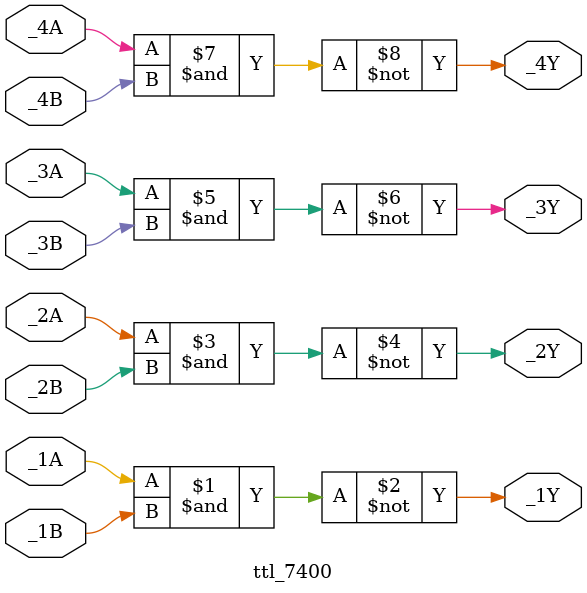
<source format=v>
/*
    TTL 7400

    Quad 2-input NAND Gate
                _____   _____
        1A   1 |*    \_/     | 14  Vcc
        1B   2 |             | 13  4B
        1Y   3 |             | 12  4A
        2A   4 |             | 11  4Y
        2B   5 |             | 10  3B
        2Y   6 |             | 9   3A
       GND   7 |_____________| 8   3Y

    TTL 7401

    Quad 2-Input NAND Gate; Open Collector Outputs
                _____   _____
        1Y   1 |*    \_/     | 14  Vcc
        1A   2 |             | 13  4Y
        1B   3 |             | 12  4B
        2Y   4 |             | 11  4A
        2A   5 |             | 10  3Y
        2B   6 |             | 9   3B
       GND   7 |_____________| 8   3A

*/

module ttl_7400(
    input _1A, input _1B, output _1Y,
    input _2A, input _2B, output _2Y,
    input _3A, input _3B, output _3Y,
    input _4A, input _4B, output _4Y
);
    nand(_1Y,_1A,_1B);
    nand(_2Y,_2A,_2B);
    nand(_3Y,_3A,_3B);
    nand(_4Y,_4A,_4B);
endmodule

/*
module ttl_7401(
    input _1A, input _1B, output _1Y,
    input _2A, input _2B, output _2Y,
    input _3A, input _3B, output _3Y,
    input _4A, input _4B, output _4Y
);
    nand(_1Y,_1A,_1B);
    nand(_2Y,_2A,_2B);
    nand(_3Y,_3A,_3B);
    nand(_4Y,_4A,_4B);
endmodule
*/
</source>
